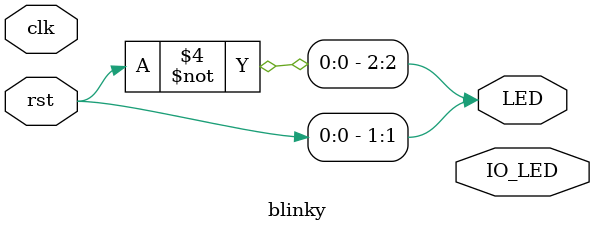
<source format=v>
module blinky(
    input clk,
    input rst,
    output [7:0] LED,
    output [23:0] IO_LED
);

    localparam COUNTER_WIDTH = 32 + 8;
    reg [COUNTER_WIDTH-1:0] counter;

    always @(posedge clk) begin
        if (rst == 1'b0) begin
            counter <= 0;
        end else begin
            counter <= counter + 1;
        end
    end

    assign LED[1] = rst;
    assign LED[2] = ~rst;

endmodule

</source>
